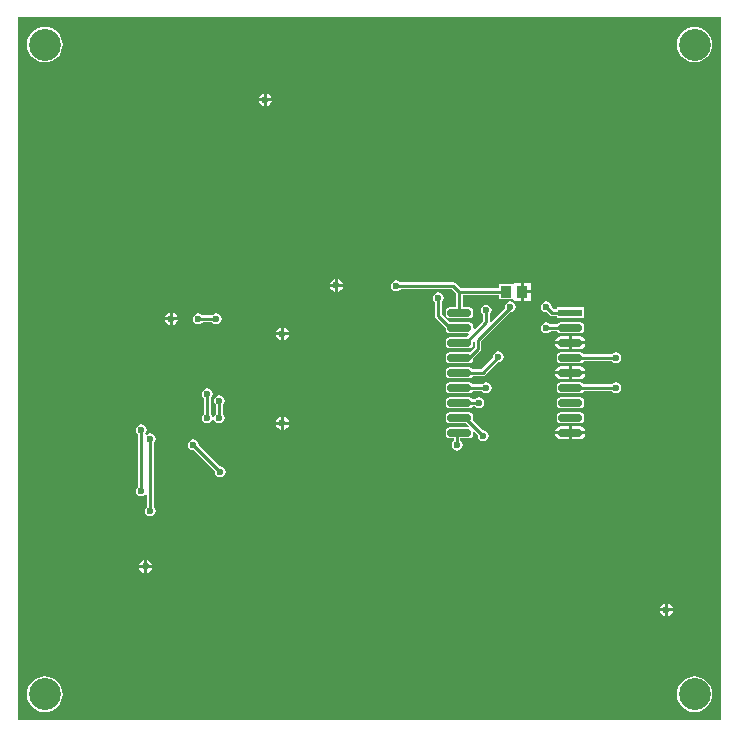
<source format=gbl>
G04*
G04 #@! TF.GenerationSoftware,Altium Limited,Altium Designer,18.1.7 (191)*
G04*
G04 Layer_Physical_Order=2*
G04 Layer_Color=16711680*
%FSLAX25Y25*%
%MOIN*%
G70*
G01*
G75*
%ADD10C,0.01000*%
G04:AMPARAMS|DCode=17|XSize=23.62mil|YSize=78.74mil|CornerRadius=5.91mil|HoleSize=0mil|Usage=FLASHONLY|Rotation=270.000|XOffset=0mil|YOffset=0mil|HoleType=Round|Shape=RoundedRectangle|*
%AMROUNDEDRECTD17*
21,1,0.02362,0.06693,0,0,270.0*
21,1,0.01181,0.07874,0,0,270.0*
1,1,0.01181,-0.03347,-0.00591*
1,1,0.01181,-0.03347,0.00591*
1,1,0.01181,0.03347,0.00591*
1,1,0.01181,0.03347,-0.00591*
%
%ADD17ROUNDEDRECTD17*%
%ADD18R,0.07874X0.02362*%
%ADD19R,0.03543X0.03937*%
%ADD44C,0.10630*%
%ADD45C,0.02362*%
G36*
X235099Y1122D02*
X728D01*
Y235493D01*
X235099D01*
Y1122D01*
D02*
G37*
%LPC*%
G36*
X226378Y232322D02*
X225218Y232207D01*
X224103Y231869D01*
X223076Y231320D01*
X222175Y230581D01*
X221436Y229680D01*
X220887Y228653D01*
X220549Y227537D01*
X220434Y226378D01*
X220549Y225218D01*
X220887Y224103D01*
X221436Y223076D01*
X222175Y222175D01*
X223076Y221436D01*
X224103Y220887D01*
X225218Y220549D01*
X226378Y220434D01*
X227537Y220549D01*
X228653Y220887D01*
X229680Y221436D01*
X230581Y222175D01*
X231320Y223076D01*
X231869Y224103D01*
X232207Y225218D01*
X232322Y226378D01*
X232207Y227537D01*
X231869Y228653D01*
X231320Y229680D01*
X230581Y230581D01*
X229680Y231320D01*
X228653Y231869D01*
X227537Y232207D01*
X226378Y232322D01*
D02*
G37*
G36*
X9843D02*
X8683Y232207D01*
X7568Y231869D01*
X6540Y231320D01*
X5640Y230581D01*
X4901Y229680D01*
X4351Y228653D01*
X4013Y227537D01*
X3899Y226378D01*
X4013Y225218D01*
X4351Y224103D01*
X4901Y223076D01*
X5640Y222175D01*
X6540Y221436D01*
X7568Y220887D01*
X8683Y220549D01*
X9843Y220434D01*
X11002Y220549D01*
X12117Y220887D01*
X13145Y221436D01*
X14045Y222175D01*
X14784Y223076D01*
X15334Y224103D01*
X15672Y225218D01*
X15786Y226378D01*
X15672Y227537D01*
X15334Y228653D01*
X14784Y229680D01*
X14045Y230581D01*
X13145Y231320D01*
X12117Y231869D01*
X11002Y232207D01*
X9843Y232322D01*
D02*
G37*
G36*
X83805Y210124D02*
Y208500D01*
X85429D01*
X85360Y208851D01*
X84878Y209573D01*
X84156Y210055D01*
X83805Y210124D01*
D02*
G37*
G36*
X82805D02*
X82454Y210055D01*
X81733Y209573D01*
X81251Y208851D01*
X81181Y208500D01*
X82805D01*
Y210124D01*
D02*
G37*
G36*
X85429Y207500D02*
X83805D01*
Y205876D01*
X84156Y205945D01*
X84878Y206428D01*
X85360Y207149D01*
X85429Y207500D01*
D02*
G37*
G36*
X82805D02*
X81181D01*
X81251Y207149D01*
X81733Y206428D01*
X82454Y205945D01*
X82805Y205876D01*
Y207500D01*
D02*
G37*
G36*
X107500Y148290D02*
Y146666D01*
X109124D01*
X109055Y147017D01*
X108572Y147739D01*
X107851Y148221D01*
X107500Y148290D01*
D02*
G37*
G36*
X106500D02*
X106149Y148221D01*
X105428Y147739D01*
X104946Y147017D01*
X104876Y146666D01*
X106500D01*
Y148290D01*
D02*
G37*
G36*
X171772Y146968D02*
X169500D01*
Y144500D01*
X171772D01*
Y146968D01*
D02*
G37*
G36*
X109124Y145666D02*
X107500D01*
Y144042D01*
X107851Y144111D01*
X108572Y144594D01*
X109055Y145315D01*
X109124Y145666D01*
D02*
G37*
G36*
X106500D02*
X104876D01*
X104946Y145315D01*
X105428Y144594D01*
X106149Y144111D01*
X106500Y144042D01*
Y145666D01*
D02*
G37*
G36*
X171772Y143500D02*
X169500D01*
Y141032D01*
X171772D01*
Y143500D01*
D02*
G37*
G36*
X127000Y147816D02*
X126305Y147678D01*
X125716Y147284D01*
X125322Y146695D01*
X125184Y146000D01*
X125322Y145305D01*
X125716Y144716D01*
X126305Y144322D01*
X127000Y144184D01*
X127695Y144322D01*
X128284Y144716D01*
X128393Y144878D01*
X145528D01*
X146871Y143535D01*
Y138804D01*
X144646D01*
X144181Y138712D01*
X143787Y138449D01*
X143524Y138055D01*
X143432Y137591D01*
Y136409D01*
X143524Y135945D01*
X143787Y135551D01*
X144181Y135288D01*
X144646Y135196D01*
X151339D01*
X151803Y135288D01*
X152197Y135551D01*
X152460Y135945D01*
X152552Y136409D01*
Y137591D01*
X152460Y138055D01*
X152197Y138449D01*
X151803Y138712D01*
X151339Y138804D01*
X149114D01*
Y142878D01*
X161313D01*
Y141431D01*
X165987Y141431D01*
X166228Y141032D01*
X166298Y141032D01*
X166298Y141032D01*
X168500D01*
Y144000D01*
Y146968D01*
X166298D01*
X166298Y146968D01*
X166228D01*
X165987Y146569D01*
X165728Y146569D01*
X161313D01*
Y145122D01*
X148457D01*
X146785Y146793D01*
X146421Y147036D01*
X145992Y147122D01*
X145992Y147122D01*
X128393D01*
X128284Y147284D01*
X127695Y147678D01*
X127000Y147816D01*
D02*
G37*
G36*
X67000Y136816D02*
X66305Y136678D01*
X65716Y136284D01*
X65607Y136122D01*
X62393D01*
X62284Y136284D01*
X61695Y136678D01*
X61000Y136816D01*
X60305Y136678D01*
X59716Y136284D01*
X59322Y135695D01*
X59184Y135000D01*
X59322Y134305D01*
X59716Y133716D01*
X60305Y133322D01*
X61000Y133184D01*
X61695Y133322D01*
X62284Y133716D01*
X62393Y133878D01*
X65607D01*
X65716Y133716D01*
X66305Y133322D01*
X67000Y133184D01*
X67695Y133322D01*
X68284Y133716D01*
X68678Y134305D01*
X68816Y135000D01*
X68678Y135695D01*
X68284Y136284D01*
X67695Y136678D01*
X67000Y136816D01*
D02*
G37*
G36*
X52476Y137124D02*
Y135500D01*
X54101D01*
X54031Y135851D01*
X53549Y136573D01*
X52827Y137055D01*
X52476Y137124D01*
D02*
G37*
G36*
X51476D02*
X51125Y137055D01*
X50404Y136573D01*
X49922Y135851D01*
X49852Y135500D01*
X51476D01*
Y137124D01*
D02*
G37*
G36*
X177000Y140816D02*
X176305Y140678D01*
X175716Y140284D01*
X175322Y139695D01*
X175184Y139000D01*
X175322Y138305D01*
X175716Y137716D01*
X176305Y137322D01*
X177000Y137184D01*
X177192Y137222D01*
X178207Y136207D01*
X178207Y136207D01*
X178571Y135964D01*
X179000Y135878D01*
X179000Y135878D01*
X180463D01*
Y135219D01*
X189537D01*
Y138781D01*
X180463D01*
Y138122D01*
X179465D01*
X178778Y138808D01*
X178816Y139000D01*
X178678Y139695D01*
X178284Y140284D01*
X177695Y140678D01*
X177000Y140816D01*
D02*
G37*
G36*
X54101Y134500D02*
X52476D01*
Y132876D01*
X52827Y132946D01*
X53549Y133428D01*
X54031Y134149D01*
X54101Y134500D01*
D02*
G37*
G36*
X51476D02*
X49852D01*
X49922Y134149D01*
X50404Y133428D01*
X51125Y132946D01*
X51476Y132876D01*
Y134500D01*
D02*
G37*
G36*
X89500Y132124D02*
Y130500D01*
X91124D01*
X91054Y130851D01*
X90573Y131572D01*
X89851Y132054D01*
X89500Y132124D01*
D02*
G37*
G36*
X88500D02*
X88149Y132054D01*
X87428Y131572D01*
X86945Y130851D01*
X86876Y130500D01*
X88500D01*
Y132124D01*
D02*
G37*
G36*
X177000Y133816D02*
X176305Y133678D01*
X175716Y133284D01*
X175322Y132695D01*
X175184Y132000D01*
X175322Y131305D01*
X175716Y130716D01*
X176305Y130322D01*
X177000Y130184D01*
X177695Y130322D01*
X178284Y130716D01*
X178393Y130878D01*
X180577D01*
X180795Y130551D01*
X181189Y130288D01*
X181653Y130196D01*
X188347D01*
X188811Y130288D01*
X189205Y130551D01*
X189468Y130945D01*
X189560Y131409D01*
Y132591D01*
X189468Y133055D01*
X189205Y133449D01*
X188811Y133712D01*
X188347Y133804D01*
X181653D01*
X181189Y133712D01*
X180795Y133449D01*
X180577Y133122D01*
X178393D01*
X178284Y133284D01*
X177695Y133678D01*
X177000Y133816D01*
D02*
G37*
G36*
X91124Y129500D02*
X89500D01*
Y127876D01*
X89851Y127945D01*
X90573Y128428D01*
X91054Y129149D01*
X91124Y129500D01*
D02*
G37*
G36*
X88500D02*
X86876D01*
X86945Y129149D01*
X87428Y128428D01*
X88149Y127945D01*
X88500Y127876D01*
Y129500D01*
D02*
G37*
G36*
X188347Y129212D02*
X185500D01*
Y127500D01*
X189968D01*
Y127591D01*
X189845Y128211D01*
X189493Y128737D01*
X188967Y129089D01*
X188347Y129212D01*
D02*
G37*
G36*
X184500D02*
X181653D01*
X181033Y129089D01*
X180507Y128737D01*
X180155Y128211D01*
X180032Y127591D01*
Y127500D01*
X184500D01*
Y129212D01*
D02*
G37*
G36*
X189968Y126500D02*
X185500D01*
Y124788D01*
X188347D01*
X188967Y124911D01*
X189493Y125263D01*
X189845Y125789D01*
X189968Y126409D01*
Y126500D01*
D02*
G37*
G36*
X184500D02*
X180032D01*
Y126409D01*
X180155Y125789D01*
X180507Y125263D01*
X181033Y124911D01*
X181653Y124788D01*
X184500D01*
Y126500D01*
D02*
G37*
G36*
X141000Y143816D02*
X140305Y143678D01*
X139716Y143284D01*
X139322Y142695D01*
X139184Y142000D01*
X139322Y141305D01*
X139716Y140716D01*
X139878Y140607D01*
Y135955D01*
X139878Y135955D01*
X139964Y135526D01*
X140207Y135162D01*
X143432Y131937D01*
Y131409D01*
X143524Y130945D01*
X143787Y130551D01*
X144181Y130288D01*
X144646Y130196D01*
X150958D01*
X151165Y129696D01*
X150273Y128804D01*
X144646D01*
X144181Y128712D01*
X143787Y128449D01*
X143524Y128055D01*
X143432Y127591D01*
Y126409D01*
X143524Y125945D01*
X143787Y125551D01*
X144181Y125288D01*
X144646Y125196D01*
X151339D01*
X151803Y125288D01*
X152197Y125551D01*
X152460Y125945D01*
X152552Y126409D01*
Y127464D01*
X152610Y127517D01*
X153105Y127299D01*
X153110Y127293D01*
Y125507D01*
X151396Y123793D01*
X151339Y123804D01*
X144646D01*
X144181Y123712D01*
X143787Y123449D01*
X143524Y123055D01*
X143432Y122591D01*
Y121409D01*
X143524Y120945D01*
X143787Y120551D01*
X144181Y120288D01*
X144646Y120196D01*
X151339D01*
X151803Y120288D01*
X152197Y120551D01*
X152460Y120945D01*
X152552Y121409D01*
Y121777D01*
X155024Y124249D01*
X155267Y124613D01*
X155353Y125042D01*
X155353Y125042D01*
Y127485D01*
X165064Y137197D01*
X165695Y137322D01*
X166284Y137716D01*
X166678Y138305D01*
X166816Y139000D01*
X166678Y139695D01*
X166284Y140284D01*
X165695Y140678D01*
X165000Y140816D01*
X164305Y140678D01*
X163716Y140284D01*
X163322Y139695D01*
X163184Y139000D01*
X163269Y138574D01*
X158609Y133914D01*
X158122Y134134D01*
Y136403D01*
X158284Y136511D01*
X158678Y137100D01*
X158816Y137795D01*
X158678Y138490D01*
X158284Y139079D01*
X157695Y139473D01*
X157000Y139611D01*
X156305Y139473D01*
X155716Y139079D01*
X155322Y138490D01*
X155184Y137795D01*
X155322Y137100D01*
X155716Y136511D01*
X155878Y136403D01*
Y134409D01*
X153052Y131583D01*
X152552Y131791D01*
Y132591D01*
X152460Y133055D01*
X152197Y133449D01*
X151803Y133712D01*
X151339Y133804D01*
X144737D01*
X142122Y136420D01*
Y140607D01*
X142284Y140716D01*
X142678Y141305D01*
X142816Y142000D01*
X142678Y142695D01*
X142284Y143284D01*
X141695Y143678D01*
X141000Y143816D01*
D02*
G37*
G36*
X200124Y123816D02*
X199429Y123678D01*
X198840Y123284D01*
X198732Y123122D01*
X198435D01*
X198429Y123126D01*
X198000Y123211D01*
X197571Y123126D01*
X197565Y123122D01*
X189424D01*
X189205Y123449D01*
X188811Y123712D01*
X188347Y123804D01*
X181653D01*
X181189Y123712D01*
X180795Y123449D01*
X180532Y123055D01*
X180440Y122591D01*
Y121409D01*
X180532Y120945D01*
X180795Y120551D01*
X181189Y120288D01*
X181653Y120196D01*
X188347D01*
X188811Y120288D01*
X189205Y120551D01*
X189424Y120878D01*
X197911D01*
X197911Y120878D01*
X198000Y120896D01*
X198089Y120878D01*
X198732D01*
X198840Y120716D01*
X199429Y120322D01*
X200124Y120184D01*
X200819Y120322D01*
X201409Y120716D01*
X201802Y121305D01*
X201940Y122000D01*
X201802Y122695D01*
X201409Y123284D01*
X200819Y123678D01*
X200124Y123816D01*
D02*
G37*
G36*
X161000Y124097D02*
X160305Y123959D01*
X159716Y123565D01*
X159322Y122976D01*
X159184Y122281D01*
X159222Y122089D01*
X155254Y118122D01*
X152416D01*
X152197Y118449D01*
X151803Y118712D01*
X151339Y118804D01*
X144646D01*
X144181Y118712D01*
X143787Y118449D01*
X143524Y118055D01*
X143432Y117591D01*
Y116409D01*
X143524Y115945D01*
X143787Y115551D01*
X144181Y115288D01*
X144646Y115196D01*
X151339D01*
X151803Y115288D01*
X152197Y115551D01*
X152416Y115878D01*
X155719D01*
X155719Y115878D01*
X156148Y115964D01*
X156512Y116207D01*
X160808Y120503D01*
X161000Y120465D01*
X161695Y120603D01*
X162284Y120997D01*
X162678Y121586D01*
X162816Y122281D01*
X162678Y122976D01*
X162284Y123565D01*
X161695Y123959D01*
X161000Y124097D01*
D02*
G37*
G36*
X188347Y119212D02*
X185500D01*
Y117500D01*
X189968D01*
Y117591D01*
X189845Y118211D01*
X189493Y118737D01*
X188967Y119089D01*
X188347Y119212D01*
D02*
G37*
G36*
X184500D02*
X181653D01*
X181033Y119089D01*
X180507Y118737D01*
X180155Y118211D01*
X180032Y117591D01*
Y117500D01*
X184500D01*
Y119212D01*
D02*
G37*
G36*
X189968Y116500D02*
X185500D01*
Y114788D01*
X188347D01*
X188967Y114911D01*
X189493Y115263D01*
X189845Y115789D01*
X189968Y116409D01*
Y116500D01*
D02*
G37*
G36*
X184500D02*
X180032D01*
Y116409D01*
X180155Y115789D01*
X180507Y115263D01*
X181033Y114911D01*
X181653Y114788D01*
X184500D01*
Y116500D01*
D02*
G37*
G36*
X200124Y113816D02*
X199429Y113678D01*
X198840Y113284D01*
X198732Y113122D01*
X189424D01*
X189205Y113449D01*
X188811Y113712D01*
X188347Y113804D01*
X181653D01*
X181189Y113712D01*
X180795Y113449D01*
X180532Y113055D01*
X180440Y112591D01*
Y111409D01*
X180532Y110945D01*
X180795Y110551D01*
X181189Y110288D01*
X181653Y110196D01*
X188347D01*
X188811Y110288D01*
X189205Y110551D01*
X189424Y110878D01*
X198732D01*
X198840Y110716D01*
X199429Y110322D01*
X200124Y110184D01*
X200819Y110322D01*
X201409Y110716D01*
X201802Y111305D01*
X201940Y112000D01*
X201802Y112695D01*
X201409Y113284D01*
X200819Y113678D01*
X200124Y113816D01*
D02*
G37*
G36*
X157000D02*
X156305Y113678D01*
X155716Y113284D01*
X155607Y113122D01*
X152416D01*
X152197Y113449D01*
X151803Y113712D01*
X151339Y113804D01*
X144646D01*
X144181Y113712D01*
X143787Y113449D01*
X143524Y113055D01*
X143432Y112591D01*
Y111409D01*
X143524Y110945D01*
X143787Y110551D01*
X144181Y110288D01*
X144646Y110196D01*
X151339D01*
X151803Y110288D01*
X152197Y110551D01*
X152416Y110878D01*
X155607D01*
X155716Y110716D01*
X156305Y110322D01*
X157000Y110184D01*
X157695Y110322D01*
X158284Y110716D01*
X158678Y111305D01*
X158816Y112000D01*
X158678Y112695D01*
X158284Y113284D01*
X157695Y113678D01*
X157000Y113816D01*
D02*
G37*
G36*
X154433Y108816D02*
X153738Y108678D01*
X153149Y108284D01*
X153040Y108122D01*
X152416D01*
X152197Y108449D01*
X151803Y108712D01*
X151339Y108804D01*
X144646D01*
X144181Y108712D01*
X143787Y108449D01*
X143524Y108055D01*
X143432Y107591D01*
Y106409D01*
X143524Y105945D01*
X143787Y105551D01*
X144181Y105288D01*
X144646Y105196D01*
X151339D01*
X151803Y105288D01*
X152197Y105551D01*
X152416Y105878D01*
X153040D01*
X153149Y105716D01*
X153738Y105322D01*
X154433Y105184D01*
X155128Y105322D01*
X155717Y105716D01*
X156111Y106305D01*
X156249Y107000D01*
X156111Y107695D01*
X155717Y108284D01*
X155128Y108678D01*
X154433Y108816D01*
D02*
G37*
G36*
X188347Y108804D02*
X181653D01*
X181189Y108712D01*
X180795Y108449D01*
X180532Y108055D01*
X180440Y107591D01*
Y106409D01*
X180532Y105945D01*
X180795Y105551D01*
X181189Y105288D01*
X181653Y105196D01*
X188347D01*
X188811Y105288D01*
X189205Y105551D01*
X189468Y105945D01*
X189560Y106409D01*
Y107591D01*
X189468Y108055D01*
X189205Y108449D01*
X188811Y108712D01*
X188347Y108804D01*
D02*
G37*
G36*
X89500Y102329D02*
Y100705D01*
X91124D01*
X91054Y101056D01*
X90573Y101777D01*
X89851Y102259D01*
X89500Y102329D01*
D02*
G37*
G36*
X88500D02*
X88149Y102259D01*
X87428Y101777D01*
X86945Y101056D01*
X86876Y100705D01*
X88500D01*
Y102329D01*
D02*
G37*
G36*
X188347Y103804D02*
X181653D01*
X181189Y103712D01*
X180795Y103449D01*
X180532Y103055D01*
X180440Y102591D01*
Y101409D01*
X180532Y100945D01*
X180795Y100551D01*
X181189Y100288D01*
X181653Y100196D01*
X188347D01*
X188811Y100288D01*
X189205Y100551D01*
X189468Y100945D01*
X189560Y101409D01*
Y102591D01*
X189468Y103055D01*
X189205Y103449D01*
X188811Y103712D01*
X188347Y103804D01*
D02*
G37*
G36*
X64000Y111816D02*
X63305Y111678D01*
X62716Y111284D01*
X62322Y110695D01*
X62184Y110000D01*
X62322Y109305D01*
X62716Y108716D01*
X62878Y108607D01*
Y103393D01*
X62716Y103284D01*
X62322Y102695D01*
X62184Y102000D01*
X62322Y101305D01*
X62716Y100716D01*
X63305Y100322D01*
X64000Y100184D01*
X64695Y100322D01*
X65284Y100716D01*
X65678Y101305D01*
X65745Y101644D01*
X66255D01*
X66322Y101305D01*
X66716Y100716D01*
X67305Y100322D01*
X68000Y100184D01*
X68695Y100322D01*
X69284Y100716D01*
X69678Y101305D01*
X69816Y102000D01*
X69678Y102695D01*
X69284Y103284D01*
X69122Y103393D01*
Y106326D01*
X69284Y106435D01*
X69678Y107024D01*
X69816Y107719D01*
X69678Y108414D01*
X69284Y109003D01*
X68695Y109397D01*
X68000Y109535D01*
X67305Y109397D01*
X66716Y109003D01*
X66322Y108414D01*
X66184Y107719D01*
X66322Y107024D01*
X66716Y106435D01*
X66878Y106326D01*
Y103393D01*
X66716Y103284D01*
X66322Y102695D01*
X66255Y102356D01*
X65745D01*
X65678Y102695D01*
X65284Y103284D01*
X65122Y103393D01*
Y108607D01*
X65284Y108716D01*
X65678Y109305D01*
X65816Y110000D01*
X65678Y110695D01*
X65284Y111284D01*
X64695Y111678D01*
X64000Y111816D01*
D02*
G37*
G36*
X91124Y99705D02*
X89500D01*
Y98080D01*
X89851Y98150D01*
X90573Y98632D01*
X91054Y99354D01*
X91124Y99705D01*
D02*
G37*
G36*
X88500D02*
X86876D01*
X86945Y99354D01*
X87428Y98632D01*
X88149Y98150D01*
X88500Y98080D01*
Y99705D01*
D02*
G37*
G36*
X188347Y99212D02*
X185500D01*
Y97500D01*
X189968D01*
Y97591D01*
X189845Y98211D01*
X189493Y98737D01*
X188967Y99089D01*
X188347Y99212D01*
D02*
G37*
G36*
X184500D02*
X181653D01*
X181033Y99089D01*
X180507Y98737D01*
X180155Y98211D01*
X180032Y97591D01*
Y97500D01*
X184500D01*
Y99212D01*
D02*
G37*
G36*
X189968Y96500D02*
X185500D01*
Y94788D01*
X188347D01*
X188967Y94911D01*
X189493Y95263D01*
X189845Y95789D01*
X189968Y96409D01*
Y96500D01*
D02*
G37*
G36*
X184500D02*
X180032D01*
Y96409D01*
X180155Y95789D01*
X180507Y95263D01*
X181033Y94911D01*
X181653Y94788D01*
X184500D01*
Y96500D01*
D02*
G37*
G36*
X151339Y103804D02*
X144646D01*
X144181Y103712D01*
X143787Y103449D01*
X143524Y103055D01*
X143432Y102591D01*
Y101409D01*
X143524Y100945D01*
X143787Y100551D01*
X144181Y100288D01*
X144646Y100196D01*
X150218D01*
X151110Y99304D01*
X150902Y98804D01*
X144646D01*
X144181Y98712D01*
X143787Y98449D01*
X143524Y98055D01*
X143432Y97591D01*
Y96409D01*
X143524Y95945D01*
X143787Y95551D01*
X144181Y95288D01*
X144646Y95196D01*
X146123D01*
Y94275D01*
X145960Y94166D01*
X145566Y93577D01*
X145428Y92882D01*
X145566Y92187D01*
X145960Y91598D01*
X146549Y91204D01*
X147244Y91066D01*
X147939Y91204D01*
X148528Y91598D01*
X148922Y92187D01*
X149060Y92882D01*
X148922Y93577D01*
X148528Y94166D01*
X148366Y94275D01*
Y95196D01*
X151339D01*
X151803Y95288D01*
X152197Y95551D01*
X152460Y95945D01*
X152552Y96409D01*
Y97154D01*
X153052Y97361D01*
X154222Y96192D01*
X154184Y96000D01*
X154322Y95305D01*
X154716Y94716D01*
X155305Y94322D01*
X156000Y94184D01*
X156695Y94322D01*
X157284Y94716D01*
X157678Y95305D01*
X157816Y96000D01*
X157678Y96695D01*
X157284Y97284D01*
X156695Y97678D01*
X156000Y97816D01*
X155808Y97778D01*
X152490Y101096D01*
X152552Y101409D01*
Y102591D01*
X152460Y103055D01*
X152197Y103449D01*
X151803Y103712D01*
X151339Y103804D01*
D02*
G37*
G36*
X59322Y94816D02*
X58627Y94678D01*
X58038Y94284D01*
X57644Y93695D01*
X57506Y93000D01*
X57644Y92305D01*
X58038Y91716D01*
X58627Y91322D01*
X59322Y91184D01*
X59514Y91222D01*
X66513Y84224D01*
X66468Y84000D01*
X66606Y83305D01*
X67000Y82716D01*
X67589Y82322D01*
X68284Y82184D01*
X68979Y82322D01*
X69568Y82716D01*
X69962Y83305D01*
X70100Y84000D01*
X69962Y84695D01*
X69568Y85284D01*
X68979Y85678D01*
X68284Y85816D01*
X68124Y85784D01*
X61100Y92808D01*
X61138Y93000D01*
X61000Y93695D01*
X60606Y94284D01*
X60017Y94678D01*
X59322Y94816D01*
D02*
G37*
G36*
X42000Y99816D02*
X41305Y99678D01*
X40716Y99284D01*
X40322Y98695D01*
X40184Y98000D01*
X40322Y97305D01*
X40716Y96716D01*
X40878Y96607D01*
Y79078D01*
X40716Y78969D01*
X40322Y78380D01*
X40184Y77685D01*
X40322Y76990D01*
X40716Y76401D01*
X41305Y76007D01*
X42000Y75869D01*
X42695Y76007D01*
X43284Y76401D01*
X43378Y76542D01*
X43878Y76390D01*
Y72393D01*
X43716Y72284D01*
X43322Y71695D01*
X43184Y71000D01*
X43322Y70305D01*
X43716Y69716D01*
X44305Y69322D01*
X45000Y69184D01*
X45695Y69322D01*
X46284Y69716D01*
X46678Y70305D01*
X46816Y71000D01*
X46678Y71695D01*
X46284Y72284D01*
X46122Y72393D01*
Y93607D01*
X46284Y93716D01*
X46678Y94305D01*
X46816Y95000D01*
X46678Y95695D01*
X46284Y96284D01*
X45695Y96678D01*
X45000Y96816D01*
X44305Y96678D01*
X43885Y96397D01*
X43392Y96523D01*
X43321Y96576D01*
X43307Y96631D01*
X43313Y96759D01*
X43678Y97305D01*
X43816Y98000D01*
X43678Y98695D01*
X43284Y99284D01*
X42695Y99678D01*
X42000Y99816D01*
D02*
G37*
G36*
X43876Y54585D02*
Y52961D01*
X45500D01*
X45431Y53312D01*
X44949Y54033D01*
X44227Y54515D01*
X43876Y54585D01*
D02*
G37*
G36*
X42876D02*
X42525Y54515D01*
X41804Y54033D01*
X41322Y53312D01*
X41252Y52961D01*
X42876D01*
Y54585D01*
D02*
G37*
G36*
X45500Y51961D02*
X43876D01*
Y50336D01*
X44227Y50406D01*
X44949Y50888D01*
X45431Y51610D01*
X45500Y51961D01*
D02*
G37*
G36*
X42876D02*
X41252D01*
X41322Y51610D01*
X41804Y50888D01*
X42525Y50406D01*
X42876Y50336D01*
Y51961D01*
D02*
G37*
G36*
X217500Y40124D02*
Y38500D01*
X219124D01*
X219055Y38851D01*
X218572Y39573D01*
X217851Y40055D01*
X217500Y40124D01*
D02*
G37*
G36*
X216500D02*
X216149Y40055D01*
X215427Y39573D01*
X214945Y38851D01*
X214876Y38500D01*
X216500D01*
Y40124D01*
D02*
G37*
G36*
X219124Y37500D02*
X217500D01*
Y35876D01*
X217851Y35945D01*
X218572Y36428D01*
X219055Y37149D01*
X219124Y37500D01*
D02*
G37*
G36*
X216500D02*
X214876D01*
X214945Y37149D01*
X215427Y36428D01*
X216149Y35945D01*
X216500Y35876D01*
Y37500D01*
D02*
G37*
G36*
X226378Y15786D02*
X225218Y15672D01*
X224103Y15334D01*
X223076Y14784D01*
X222175Y14045D01*
X221436Y13145D01*
X220887Y12117D01*
X220549Y11002D01*
X220434Y9843D01*
X220549Y8683D01*
X220887Y7568D01*
X221436Y6540D01*
X222175Y5640D01*
X223076Y4901D01*
X224103Y4351D01*
X225218Y4013D01*
X226378Y3899D01*
X227537Y4013D01*
X228653Y4351D01*
X229680Y4901D01*
X230581Y5640D01*
X231320Y6540D01*
X231869Y7568D01*
X232207Y8683D01*
X232322Y9843D01*
X232207Y11002D01*
X231869Y12117D01*
X231320Y13145D01*
X230581Y14045D01*
X229680Y14784D01*
X228653Y15334D01*
X227537Y15672D01*
X226378Y15786D01*
D02*
G37*
G36*
X9843D02*
X8683Y15672D01*
X7568Y15334D01*
X6540Y14784D01*
X5640Y14045D01*
X4901Y13145D01*
X4351Y12117D01*
X4013Y11002D01*
X3899Y9843D01*
X4013Y8683D01*
X4351Y7568D01*
X4901Y6540D01*
X5640Y5640D01*
X6540Y4901D01*
X7568Y4351D01*
X8683Y4013D01*
X9843Y3899D01*
X11002Y4013D01*
X12117Y4351D01*
X13145Y4901D01*
X14045Y5640D01*
X14784Y6540D01*
X15334Y7568D01*
X15672Y8683D01*
X15786Y9843D01*
X15672Y11002D01*
X15334Y12117D01*
X14784Y13145D01*
X14045Y14045D01*
X13145Y14784D01*
X12117Y15334D01*
X11002Y15672D01*
X9843Y15786D01*
D02*
G37*
%LPD*%
D10*
X67695Y84000D02*
Y84627D01*
Y84000D02*
X68284D01*
X59322Y93000D02*
X67695Y84627D01*
X198089Y122000D02*
X200124D01*
X198000Y122089D02*
X198089Y122000D01*
X197911D02*
X198000Y122089D01*
X185000Y112000D02*
X200124D01*
X185000Y122000D02*
X197911D01*
X68000Y102000D02*
Y107719D01*
X61000Y135000D02*
X67000D01*
X64000Y102000D02*
Y110000D01*
X177000Y132000D02*
X185000D01*
X177000Y139000D02*
X179000Y137000D01*
X185000D01*
X165000Y138719D02*
Y139000D01*
X154231Y127950D02*
X165000Y138719D01*
X157000Y133945D02*
Y137795D01*
X150055Y127000D02*
X157000Y133945D01*
X155719Y117000D02*
X161000Y122281D01*
X147992Y117000D02*
X155719D01*
X141000Y135955D02*
X144955Y132000D01*
X141000Y135955D02*
Y142000D01*
X144955Y132000D02*
X147992D01*
Y137000D02*
Y144000D01*
X145992Y146000D02*
X147992Y144000D01*
X127000Y146000D02*
X145992D01*
X147992Y144000D02*
X163685D01*
X45000Y71000D02*
Y95000D01*
X42000Y77685D02*
Y98000D01*
X147992Y127000D02*
X150055D01*
X154231Y125042D02*
Y127950D01*
X151189Y122000D02*
X154231Y125042D01*
X147992Y122000D02*
X151189D01*
X147992Y112000D02*
X157000D01*
X147992Y107000D02*
X154433D01*
X147992Y102000D02*
X150000D01*
X156000Y96000D01*
X147244Y96252D02*
X147992Y97000D01*
X147244Y92882D02*
Y96252D01*
D17*
X185000Y102000D02*
D03*
Y107000D02*
D03*
Y112000D02*
D03*
Y117000D02*
D03*
Y122000D02*
D03*
Y127000D02*
D03*
Y132000D02*
D03*
X147992Y137000D02*
D03*
Y132000D02*
D03*
Y127000D02*
D03*
Y122000D02*
D03*
Y117000D02*
D03*
Y112000D02*
D03*
Y107000D02*
D03*
Y102000D02*
D03*
X185000Y97000D02*
D03*
X147992D02*
D03*
D18*
X185000Y137000D02*
D03*
D19*
X169000Y144000D02*
D03*
X163685D02*
D03*
D44*
X9843Y9843D02*
D03*
X226378D02*
D03*
X9843Y226378D02*
D03*
X226378D02*
D03*
D45*
X68284Y84000D02*
D03*
X59322Y93000D02*
D03*
X83305Y208000D02*
D03*
X89000Y130000D02*
D03*
X217000Y38000D02*
D03*
X200124Y122000D02*
D03*
Y112000D02*
D03*
X107000Y146166D02*
D03*
X89000Y100205D02*
D03*
X43376Y52461D02*
D03*
X51976Y135000D02*
D03*
X68000Y107719D02*
D03*
X61000Y135000D02*
D03*
X67000D02*
D03*
X68000Y102000D02*
D03*
X64000Y110000D02*
D03*
Y102000D02*
D03*
X177000Y132000D02*
D03*
Y139000D02*
D03*
X165000D02*
D03*
X161000Y122281D02*
D03*
X127000Y146000D02*
D03*
X45000Y71000D02*
D03*
Y95000D02*
D03*
X42000Y77685D02*
D03*
Y98000D02*
D03*
X157000Y137795D02*
D03*
X141000Y142000D02*
D03*
X157000Y112000D02*
D03*
X154433Y107000D02*
D03*
X156000Y96000D02*
D03*
X147244Y92882D02*
D03*
M02*

</source>
